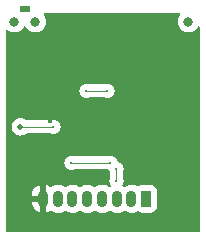
<source format=gbr>
%TF.GenerationSoftware,KiCad,Pcbnew,7.0.5*%
%TF.CreationDate,2024-06-04T21:33:16-04:00*%
%TF.ProjectId,Prueba kicad,50727565-6261-4206-9b69-6361642e6b69,rev?*%
%TF.SameCoordinates,Original*%
%TF.FileFunction,Copper,L2,Bot*%
%TF.FilePolarity,Positive*%
%FSLAX46Y46*%
G04 Gerber Fmt 4.6, Leading zero omitted, Abs format (unit mm)*
G04 Created by KiCad (PCBNEW 7.0.5) date 2024-06-04 21:33:16*
%MOMM*%
%LPD*%
G01*
G04 APERTURE LIST*
G04 Aperture macros list*
%AMRoundRect*
0 Rectangle with rounded corners*
0 $1 Rounding radius*
0 $2 $3 $4 $5 $6 $7 $8 $9 X,Y pos of 4 corners*
0 Add a 4 corners polygon primitive as box body*
4,1,4,$2,$3,$4,$5,$6,$7,$8,$9,$2,$3,0*
0 Add four circle primitives for the rounded corners*
1,1,$1+$1,$2,$3*
1,1,$1+$1,$4,$5*
1,1,$1+$1,$6,$7*
1,1,$1+$1,$8,$9*
0 Add four rect primitives between the rounded corners*
20,1,$1+$1,$2,$3,$4,$5,0*
20,1,$1+$1,$4,$5,$6,$7,0*
20,1,$1+$1,$6,$7,$8,$9,0*
20,1,$1+$1,$8,$9,$2,$3,0*%
G04 Aperture macros list end*
%TA.AperFunction,ComponentPad*%
%ADD10R,0.900000X0.500000*%
%TD*%
%TA.AperFunction,ComponentPad*%
%ADD11O,0.900000X1.400000*%
%TD*%
%TA.AperFunction,ComponentPad*%
%ADD12RoundRect,0.225000X0.225000X0.475000X-0.225000X0.475000X-0.225000X-0.475000X0.225000X-0.475000X0*%
%TD*%
%TA.AperFunction,ViaPad*%
%ADD13C,0.800000*%
%TD*%
%TA.AperFunction,ViaPad*%
%ADD14C,0.200000*%
%TD*%
%TA.AperFunction,ViaPad*%
%ADD15C,0.500000*%
%TD*%
%TA.AperFunction,ViaPad*%
%ADD16C,0.400000*%
%TD*%
%TA.AperFunction,Conductor*%
%ADD17C,0.100000*%
%TD*%
%TA.AperFunction,Conductor*%
%ADD18C,0.200000*%
%TD*%
G04 APERTURE END LIST*
D10*
%TO.P,AE1,2*%
%TO.N,N/C*%
X114962500Y-93640000D03*
%TD*%
D11*
%TO.P,J1,8,Pin_8*%
%TO.N,GND*%
X116452000Y-109728000D03*
%TO.P,J1,7,Pin_7*%
%TO.N,Net-(J1-Pin_7)*%
X117702000Y-109728000D03*
%TO.P,J1,6,Pin_6*%
%TO.N,Net-(J1-Pin_6)*%
X118952000Y-109728000D03*
%TO.P,J1,5,Pin_5*%
%TO.N,Net-(J1-Pin_5)*%
X120202000Y-109728000D03*
%TO.P,J1,4,Pin_4*%
%TO.N,Net-(J1-Pin_4)*%
X121452000Y-109728000D03*
%TO.P,J1,3,Pin_3*%
%TO.N,Net-(J1-Pin_3)*%
X122702000Y-109728000D03*
%TO.P,J1,2,Pin_2*%
%TO.N,Net-(J1-Pin_2)*%
X123952000Y-109728000D03*
D12*
%TO.P,J1,1,Pin_1*%
%TO.N,VDD*%
X125202000Y-109728000D03*
%TD*%
D13*
%TO.N,*%
X115824000Y-94742000D03*
X114046000Y-94742000D03*
X128778000Y-94742000D03*
D14*
%TO.N,VDD*%
X117348000Y-103632000D03*
D15*
X114554000Y-103632000D03*
%TO.N,GND*%
X117094000Y-100838000D03*
D16*
X117094000Y-103124000D03*
D14*
%TO.N,Net-(J1-Pin_3)*%
X122682000Y-107188000D03*
X122682000Y-108204000D03*
%TO.N,Net-(J1-Pin_7)*%
X122174000Y-106680000D03*
X118872000Y-106680000D03*
%TO.N,Net-(U1-ANT2)*%
X121920000Y-100584000D03*
X120142000Y-100584000D03*
%TD*%
D17*
%TO.N,VDD*%
X117348000Y-103632000D02*
X114554000Y-103632000D01*
D18*
%TO.N,GND*%
X117094000Y-103124000D02*
X117094000Y-100838000D01*
D17*
%TO.N,Net-(J1-Pin_3)*%
X122682000Y-108204000D02*
X122682000Y-107188000D01*
%TO.N,Net-(J1-Pin_7)*%
X122174000Y-106680000D02*
X118872000Y-106680000D01*
%TO.N,Net-(U1-ANT2)*%
X120142000Y-100584000D02*
X121920000Y-100584000D01*
%TD*%
%TA.AperFunction,Conductor*%
%TO.N,GND*%
G36*
X128040896Y-93999685D02*
G01*
X128086651Y-94052489D01*
X128096595Y-94121647D01*
X128067570Y-94185203D01*
X128066007Y-94186972D01*
X128045466Y-94209785D01*
X127950821Y-94373715D01*
X127950818Y-94373722D01*
X127892327Y-94553740D01*
X127892326Y-94553744D01*
X127872540Y-94742000D01*
X127892326Y-94930256D01*
X127892327Y-94930259D01*
X127950818Y-95110277D01*
X127950821Y-95110284D01*
X128045467Y-95274216D01*
X128172128Y-95414888D01*
X128172129Y-95414888D01*
X128325265Y-95526148D01*
X128325270Y-95526151D01*
X128498192Y-95603142D01*
X128498197Y-95603144D01*
X128683354Y-95642500D01*
X128683355Y-95642500D01*
X128872644Y-95642500D01*
X128872646Y-95642500D01*
X129057803Y-95603144D01*
X129230730Y-95526151D01*
X129383871Y-95414888D01*
X129510533Y-95274216D01*
X129562113Y-95184875D01*
X129612677Y-95136661D01*
X129681284Y-95123437D01*
X129746149Y-95149404D01*
X129786679Y-95206318D01*
X129793499Y-95246876D01*
X129793500Y-112397500D01*
X129773815Y-112464539D01*
X129721011Y-112510294D01*
X129669500Y-112521500D01*
X113408500Y-112521500D01*
X113341461Y-112501815D01*
X113295706Y-112449011D01*
X113284500Y-112397500D01*
X113284500Y-109978000D01*
X115502000Y-109978000D01*
X115502000Y-110026176D01*
X115516647Y-110170221D01*
X115574484Y-110354561D01*
X115574489Y-110354571D01*
X115668251Y-110523498D01*
X115668256Y-110523505D01*
X115794107Y-110670105D01*
X115946890Y-110788368D01*
X115946894Y-110788370D01*
X116120363Y-110873460D01*
X116202000Y-110894596D01*
X116202000Y-109978000D01*
X115502000Y-109978000D01*
X113284500Y-109978000D01*
X113284500Y-109699840D01*
X116148105Y-109699840D01*
X116158454Y-109811521D01*
X116208448Y-109911922D01*
X116291334Y-109987484D01*
X116395920Y-110028000D01*
X116479802Y-110028000D01*
X116562250Y-110012588D01*
X116657610Y-109953543D01*
X116702000Y-109894761D01*
X116702000Y-110898470D01*
X116872524Y-110835315D01*
X116872538Y-110835309D01*
X117012106Y-110748315D01*
X117079411Y-110729558D01*
X117146172Y-110750166D01*
X117153599Y-110755490D01*
X117196622Y-110788793D01*
X117196623Y-110788793D01*
X117196627Y-110788796D01*
X117370184Y-110873930D01*
X117370188Y-110873931D01*
X117370186Y-110873931D01*
X117557317Y-110922383D01*
X117557320Y-110922383D01*
X117557326Y-110922385D01*
X117750390Y-110932176D01*
X117941474Y-110902903D01*
X118122753Y-110835764D01*
X118262529Y-110748641D01*
X118329835Y-110729885D01*
X118396596Y-110750494D01*
X118404022Y-110755817D01*
X118446076Y-110788370D01*
X118446627Y-110788796D01*
X118620184Y-110873930D01*
X118620188Y-110873931D01*
X118620186Y-110873931D01*
X118807317Y-110922383D01*
X118807320Y-110922383D01*
X118807326Y-110922385D01*
X119000390Y-110932176D01*
X119191474Y-110902903D01*
X119372753Y-110835764D01*
X119512529Y-110748641D01*
X119579835Y-110729885D01*
X119646596Y-110750494D01*
X119654022Y-110755817D01*
X119696076Y-110788370D01*
X119696627Y-110788796D01*
X119870184Y-110873930D01*
X119870188Y-110873931D01*
X119870186Y-110873931D01*
X120057317Y-110922383D01*
X120057320Y-110922383D01*
X120057326Y-110922385D01*
X120250390Y-110932176D01*
X120441474Y-110902903D01*
X120622753Y-110835764D01*
X120762529Y-110748641D01*
X120829835Y-110729885D01*
X120896596Y-110750494D01*
X120904022Y-110755817D01*
X120946076Y-110788370D01*
X120946627Y-110788796D01*
X121120184Y-110873930D01*
X121120188Y-110873931D01*
X121120186Y-110873931D01*
X121307317Y-110922383D01*
X121307320Y-110922383D01*
X121307326Y-110922385D01*
X121500390Y-110932176D01*
X121691474Y-110902903D01*
X121872753Y-110835764D01*
X122012529Y-110748641D01*
X122079835Y-110729885D01*
X122146596Y-110750494D01*
X122154022Y-110755817D01*
X122196076Y-110788370D01*
X122196627Y-110788796D01*
X122370184Y-110873930D01*
X122370188Y-110873931D01*
X122370186Y-110873931D01*
X122557317Y-110922383D01*
X122557320Y-110922383D01*
X122557326Y-110922385D01*
X122750390Y-110932176D01*
X122941474Y-110902903D01*
X123122753Y-110835764D01*
X123262529Y-110748641D01*
X123329835Y-110729885D01*
X123396596Y-110750494D01*
X123404022Y-110755817D01*
X123446076Y-110788370D01*
X123446627Y-110788796D01*
X123620184Y-110873930D01*
X123620188Y-110873931D01*
X123620186Y-110873931D01*
X123807317Y-110922383D01*
X123807320Y-110922383D01*
X123807326Y-110922385D01*
X124000390Y-110932176D01*
X124191474Y-110902903D01*
X124372753Y-110835764D01*
X124430927Y-110799503D01*
X124498230Y-110780747D01*
X124561615Y-110799197D01*
X124668294Y-110864998D01*
X124668297Y-110864999D01*
X124668303Y-110865003D01*
X124829292Y-110918349D01*
X124928655Y-110928500D01*
X125475344Y-110928499D01*
X125475352Y-110928498D01*
X125475355Y-110928498D01*
X125535217Y-110922383D01*
X125574708Y-110918349D01*
X125735697Y-110865003D01*
X125880044Y-110775968D01*
X125999968Y-110656044D01*
X126089003Y-110511697D01*
X126142349Y-110350708D01*
X126152500Y-110251345D01*
X126152499Y-109204656D01*
X126142349Y-109105292D01*
X126089003Y-108944303D01*
X126088999Y-108944297D01*
X126088998Y-108944294D01*
X125999970Y-108799959D01*
X125999967Y-108799955D01*
X125880044Y-108680032D01*
X125880040Y-108680029D01*
X125735705Y-108591001D01*
X125735699Y-108590998D01*
X125735697Y-108590997D01*
X125708751Y-108582068D01*
X125574709Y-108537651D01*
X125475346Y-108527500D01*
X124928662Y-108527500D01*
X124928644Y-108527501D01*
X124829292Y-108537650D01*
X124829289Y-108537651D01*
X124668305Y-108590996D01*
X124668300Y-108590998D01*
X124564300Y-108655147D01*
X124496907Y-108673587D01*
X124444595Y-108660936D01*
X124283816Y-108582070D01*
X124283814Y-108582069D01*
X124283811Y-108582068D01*
X124283813Y-108582068D01*
X124096682Y-108533616D01*
X124096676Y-108533615D01*
X123967964Y-108527087D01*
X123903610Y-108523824D01*
X123903609Y-108523824D01*
X123903607Y-108523824D01*
X123712533Y-108553095D01*
X123712521Y-108553098D01*
X123531251Y-108620234D01*
X123531242Y-108620238D01*
X123391470Y-108707359D01*
X123324165Y-108726115D01*
X123257404Y-108705506D01*
X123249991Y-108700192D01*
X123227289Y-108682620D01*
X123186327Y-108626019D01*
X123182468Y-108556255D01*
X123202531Y-108513909D01*
X123202474Y-108513876D01*
X123202880Y-108513172D01*
X123204821Y-108509075D01*
X123206536Y-108506841D01*
X123267044Y-108360762D01*
X123287682Y-108204000D01*
X123267044Y-108047238D01*
X123241939Y-107986628D01*
X123232500Y-107939176D01*
X123232500Y-107452823D01*
X123241939Y-107405370D01*
X123267044Y-107344762D01*
X123287682Y-107188000D01*
X123267044Y-107031238D01*
X123206536Y-106885159D01*
X123110282Y-106759718D01*
X122984841Y-106663464D01*
X122838762Y-106602956D01*
X122838760Y-106602955D01*
X122831253Y-106599846D01*
X122832447Y-106596963D01*
X122785378Y-106568271D01*
X122764392Y-106529819D01*
X122762154Y-106530747D01*
X122759044Y-106523238D01*
X122698536Y-106377159D01*
X122602282Y-106251718D01*
X122476841Y-106155464D01*
X122414158Y-106129500D01*
X122330762Y-106094956D01*
X122330760Y-106094955D01*
X122174001Y-106074318D01*
X122173999Y-106074318D01*
X122017239Y-106094955D01*
X122017237Y-106094956D01*
X121956630Y-106120061D01*
X121909177Y-106129500D01*
X119136823Y-106129500D01*
X119089370Y-106120061D01*
X119028762Y-106094956D01*
X119028760Y-106094955D01*
X118872001Y-106074318D01*
X118871999Y-106074318D01*
X118715239Y-106094955D01*
X118715237Y-106094956D01*
X118569160Y-106155463D01*
X118443718Y-106251718D01*
X118347463Y-106377160D01*
X118286956Y-106523237D01*
X118286955Y-106523239D01*
X118266318Y-106679998D01*
X118266318Y-106680001D01*
X118286955Y-106836760D01*
X118286956Y-106836762D01*
X118347464Y-106982841D01*
X118443718Y-107108282D01*
X118569159Y-107204536D01*
X118715238Y-107265044D01*
X118760798Y-107271042D01*
X118871999Y-107285682D01*
X118872000Y-107285682D01*
X118872001Y-107285682D01*
X118924253Y-107278802D01*
X119028762Y-107265044D01*
X119089370Y-107239938D01*
X119136823Y-107230500D01*
X121909177Y-107230500D01*
X121956629Y-107239938D01*
X122017238Y-107265044D01*
X122017239Y-107265044D01*
X122024747Y-107268154D01*
X122023550Y-107271042D01*
X122070597Y-107299703D01*
X122091622Y-107338176D01*
X122093846Y-107337255D01*
X122122060Y-107405371D01*
X122131499Y-107452823D01*
X122131499Y-107939176D01*
X122122061Y-107986627D01*
X122096956Y-108047237D01*
X122096955Y-108047239D01*
X122076318Y-108203998D01*
X122076318Y-108204001D01*
X122096955Y-108360760D01*
X122096956Y-108360762D01*
X122157465Y-108506843D01*
X122157465Y-108506844D01*
X122170319Y-108523596D01*
X122195512Y-108588765D01*
X122181472Y-108657210D01*
X122132658Y-108707199D01*
X122064566Y-108722860D01*
X121998816Y-108699223D01*
X121996110Y-108697188D01*
X121957373Y-108667204D01*
X121783816Y-108582070D01*
X121783814Y-108582069D01*
X121783811Y-108582068D01*
X121783813Y-108582068D01*
X121596682Y-108533616D01*
X121596676Y-108533615D01*
X121467964Y-108527087D01*
X121403610Y-108523824D01*
X121403609Y-108523824D01*
X121403607Y-108523824D01*
X121212533Y-108553095D01*
X121212521Y-108553098D01*
X121031251Y-108620234D01*
X121031242Y-108620238D01*
X120891470Y-108707359D01*
X120824165Y-108726115D01*
X120757404Y-108705506D01*
X120749978Y-108700183D01*
X120707375Y-108667205D01*
X120707371Y-108667203D01*
X120641931Y-108635103D01*
X120533816Y-108582070D01*
X120533814Y-108582069D01*
X120533811Y-108582068D01*
X120533813Y-108582068D01*
X120346682Y-108533616D01*
X120346676Y-108533615D01*
X120217964Y-108527087D01*
X120153610Y-108523824D01*
X120153609Y-108523824D01*
X120153607Y-108523824D01*
X119962533Y-108553095D01*
X119962521Y-108553098D01*
X119781251Y-108620234D01*
X119781242Y-108620238D01*
X119641470Y-108707359D01*
X119574165Y-108726115D01*
X119507404Y-108705506D01*
X119499978Y-108700183D01*
X119457375Y-108667205D01*
X119457371Y-108667203D01*
X119391931Y-108635103D01*
X119283816Y-108582070D01*
X119283814Y-108582069D01*
X119283811Y-108582068D01*
X119283813Y-108582068D01*
X119096682Y-108533616D01*
X119096676Y-108533615D01*
X118967964Y-108527087D01*
X118903610Y-108523824D01*
X118903609Y-108523824D01*
X118903607Y-108523824D01*
X118712533Y-108553095D01*
X118712521Y-108553098D01*
X118531251Y-108620234D01*
X118531242Y-108620238D01*
X118391470Y-108707359D01*
X118324165Y-108726115D01*
X118257404Y-108705506D01*
X118249978Y-108700183D01*
X118207375Y-108667205D01*
X118207371Y-108667203D01*
X118141931Y-108635103D01*
X118033816Y-108582070D01*
X118033814Y-108582069D01*
X118033811Y-108582068D01*
X118033813Y-108582068D01*
X117846682Y-108533616D01*
X117846676Y-108533615D01*
X117717964Y-108527087D01*
X117653610Y-108523824D01*
X117653609Y-108523824D01*
X117653607Y-108523824D01*
X117462533Y-108553095D01*
X117462521Y-108553098D01*
X117281251Y-108620234D01*
X117281249Y-108620235D01*
X117281247Y-108620235D01*
X117281247Y-108620236D01*
X117276729Y-108623052D01*
X117141017Y-108707641D01*
X117073711Y-108726396D01*
X117006950Y-108705786D01*
X116999525Y-108700465D01*
X116957104Y-108667629D01*
X116783642Y-108582542D01*
X116783643Y-108582542D01*
X116702000Y-108561403D01*
X116702000Y-109557027D01*
X116695552Y-109544078D01*
X116612666Y-109468516D01*
X116508080Y-109428000D01*
X116424198Y-109428000D01*
X116341750Y-109443412D01*
X116246390Y-109502457D01*
X116178799Y-109591962D01*
X116148105Y-109699840D01*
X113284500Y-109699840D01*
X113284500Y-109381393D01*
X115501999Y-109381393D01*
X115502000Y-109478000D01*
X116202000Y-109478000D01*
X116202000Y-108557528D01*
X116031472Y-108620685D01*
X116031468Y-108620687D01*
X115867496Y-108722892D01*
X115727465Y-108856002D01*
X115727464Y-108856003D01*
X115617086Y-109014586D01*
X115540893Y-109192137D01*
X115501999Y-109381393D01*
X113284500Y-109381393D01*
X113284500Y-103632002D01*
X113798751Y-103632002D01*
X113817685Y-103800056D01*
X113873545Y-103959694D01*
X113873547Y-103959697D01*
X113963518Y-104102884D01*
X113963523Y-104102890D01*
X114083109Y-104222476D01*
X114083115Y-104222481D01*
X114226302Y-104312452D01*
X114226305Y-104312454D01*
X114226309Y-104312455D01*
X114226310Y-104312456D01*
X114298913Y-104337860D01*
X114385943Y-104368314D01*
X114553997Y-104387249D01*
X114554000Y-104387249D01*
X114554003Y-104387249D01*
X114722056Y-104368314D01*
X114722059Y-104368313D01*
X114881690Y-104312456D01*
X114881692Y-104312454D01*
X114881694Y-104312454D01*
X114881697Y-104312452D01*
X115024884Y-104222481D01*
X115024885Y-104222480D01*
X115024890Y-104222477D01*
X115028548Y-104218818D01*
X115089871Y-104185334D01*
X115116229Y-104182500D01*
X117083177Y-104182500D01*
X117130629Y-104191938D01*
X117191238Y-104217044D01*
X117269619Y-104227363D01*
X117347999Y-104237682D01*
X117348000Y-104237682D01*
X117348001Y-104237682D01*
X117400254Y-104230802D01*
X117504762Y-104217044D01*
X117650841Y-104156536D01*
X117776282Y-104060282D01*
X117872536Y-103934841D01*
X117933044Y-103788762D01*
X117953682Y-103632000D01*
X117933044Y-103475238D01*
X117872536Y-103329159D01*
X117776282Y-103203718D01*
X117650841Y-103107464D01*
X117588158Y-103081500D01*
X117504762Y-103046956D01*
X117504760Y-103046955D01*
X117348001Y-103026318D01*
X117347999Y-103026318D01*
X117191239Y-103046955D01*
X117191237Y-103046956D01*
X117130630Y-103072061D01*
X117083177Y-103081500D01*
X115116229Y-103081500D01*
X115049190Y-103061815D01*
X115028548Y-103045181D01*
X115024890Y-103041523D01*
X115024884Y-103041518D01*
X114881697Y-102951547D01*
X114881694Y-102951545D01*
X114722056Y-102895685D01*
X114554003Y-102876751D01*
X114553997Y-102876751D01*
X114385943Y-102895685D01*
X114226305Y-102951545D01*
X114226302Y-102951547D01*
X114083115Y-103041518D01*
X114083109Y-103041523D01*
X113963523Y-103161109D01*
X113963518Y-103161115D01*
X113873547Y-103304302D01*
X113873545Y-103304305D01*
X113817685Y-103463943D01*
X113798751Y-103631997D01*
X113798751Y-103632002D01*
X113284500Y-103632002D01*
X113284500Y-100584001D01*
X119536318Y-100584001D01*
X119556955Y-100740760D01*
X119556956Y-100740762D01*
X119617464Y-100886841D01*
X119713718Y-101012282D01*
X119839159Y-101108536D01*
X119985238Y-101169044D01*
X120063619Y-101179363D01*
X120141999Y-101189682D01*
X120142000Y-101189682D01*
X120142001Y-101189682D01*
X120194254Y-101182802D01*
X120298762Y-101169044D01*
X120359370Y-101143938D01*
X120406823Y-101134500D01*
X121655177Y-101134500D01*
X121702629Y-101143938D01*
X121763238Y-101169044D01*
X121841619Y-101179363D01*
X121919999Y-101189682D01*
X121920000Y-101189682D01*
X121920001Y-101189682D01*
X121972253Y-101182802D01*
X122076762Y-101169044D01*
X122222841Y-101108536D01*
X122348282Y-101012282D01*
X122444536Y-100886841D01*
X122505044Y-100740762D01*
X122525682Y-100584000D01*
X122505044Y-100427238D01*
X122444536Y-100281159D01*
X122348282Y-100155718D01*
X122222841Y-100059464D01*
X122160158Y-100033500D01*
X122076762Y-99998956D01*
X122076760Y-99998955D01*
X121920001Y-99978318D01*
X121919999Y-99978318D01*
X121763239Y-99998955D01*
X121763237Y-99998956D01*
X121702630Y-100024061D01*
X121655177Y-100033500D01*
X120406823Y-100033500D01*
X120359370Y-100024061D01*
X120298762Y-99998956D01*
X120298760Y-99998955D01*
X120142001Y-99978318D01*
X120141999Y-99978318D01*
X119985239Y-99998955D01*
X119985237Y-99998956D01*
X119839160Y-100059463D01*
X119713718Y-100155718D01*
X119617463Y-100281160D01*
X119556956Y-100427237D01*
X119556955Y-100427239D01*
X119536318Y-100583998D01*
X119536318Y-100584001D01*
X113284500Y-100584001D01*
X113284500Y-95545180D01*
X113304185Y-95478141D01*
X113356989Y-95432386D01*
X113426147Y-95422442D01*
X113481383Y-95444860D01*
X113527190Y-95478141D01*
X113593270Y-95526151D01*
X113766192Y-95603142D01*
X113766197Y-95603144D01*
X113951354Y-95642500D01*
X113951355Y-95642500D01*
X114140644Y-95642500D01*
X114140646Y-95642500D01*
X114325803Y-95603144D01*
X114498730Y-95526151D01*
X114651871Y-95414888D01*
X114778533Y-95274216D01*
X114827613Y-95189205D01*
X114878179Y-95140991D01*
X114946786Y-95127767D01*
X115011651Y-95153735D01*
X115042385Y-95189203D01*
X115091466Y-95274214D01*
X115091467Y-95274216D01*
X115218129Y-95414888D01*
X115371265Y-95526148D01*
X115371270Y-95526151D01*
X115544192Y-95603142D01*
X115544197Y-95603144D01*
X115729354Y-95642500D01*
X115729355Y-95642500D01*
X115918644Y-95642500D01*
X115918646Y-95642500D01*
X116103803Y-95603144D01*
X116276730Y-95526151D01*
X116429871Y-95414888D01*
X116556533Y-95274216D01*
X116651179Y-95110284D01*
X116709674Y-94930256D01*
X116729460Y-94742000D01*
X116709674Y-94553744D01*
X116651179Y-94373716D01*
X116556533Y-94209784D01*
X116535993Y-94186972D01*
X116505763Y-94123980D01*
X116514388Y-94054645D01*
X116559130Y-94000980D01*
X116625782Y-93980022D01*
X116628143Y-93980000D01*
X127973857Y-93980000D01*
X128040896Y-93999685D01*
G37*
%TD.AperFunction*%
%TD*%
M02*

</source>
